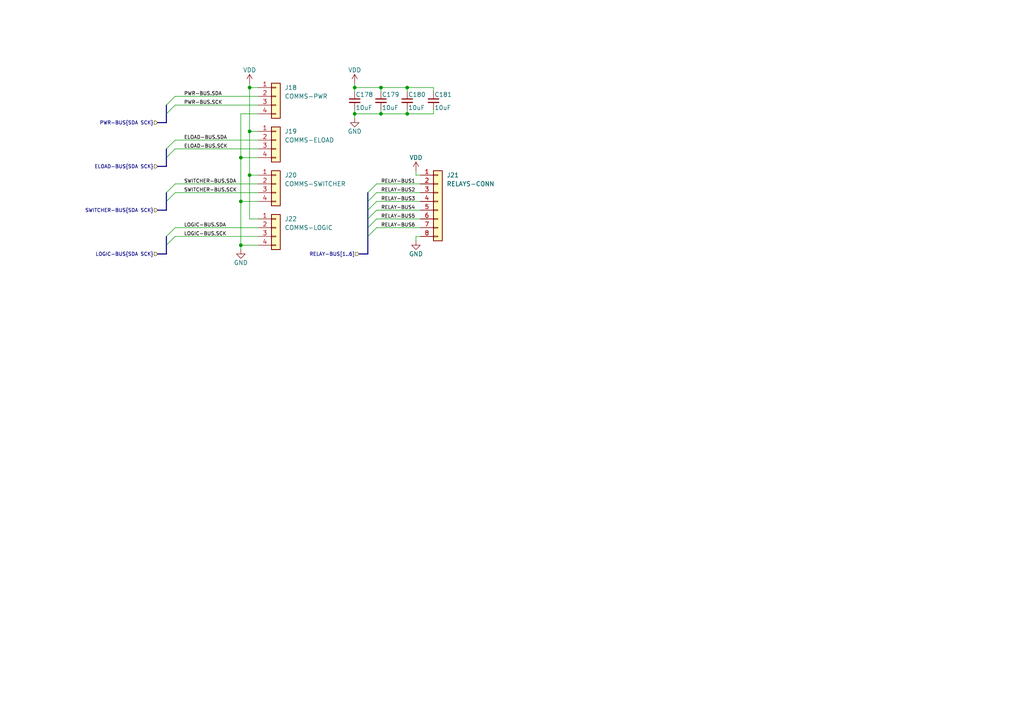
<source format=kicad_sch>
(kicad_sch (version 20230121) (generator eeschema)

  (uuid 65b3fcc2-d1f1-475e-b336-380f5d1206ca)

  (paper "A4")

  (title_block
    (title "Benchy Reloaded")
    (rev "REV1")
    (company "Daxxn Industries")
  )

  (lib_symbols
    (symbol "Connector_Generic:Conn_01x04" (pin_names (offset 1.016) hide) (in_bom yes) (on_board yes)
      (property "Reference" "J" (at 0 5.08 0)
        (effects (font (size 1.27 1.27)))
      )
      (property "Value" "Conn_01x04" (at 0 -7.62 0)
        (effects (font (size 1.27 1.27)))
      )
      (property "Footprint" "" (at 0 0 0)
        (effects (font (size 1.27 1.27)) hide)
      )
      (property "Datasheet" "~" (at 0 0 0)
        (effects (font (size 1.27 1.27)) hide)
      )
      (property "ki_keywords" "connector" (at 0 0 0)
        (effects (font (size 1.27 1.27)) hide)
      )
      (property "ki_description" "Generic connector, single row, 01x04, script generated (kicad-library-utils/schlib/autogen/connector/)" (at 0 0 0)
        (effects (font (size 1.27 1.27)) hide)
      )
      (property "ki_fp_filters" "Connector*:*_1x??_*" (at 0 0 0)
        (effects (font (size 1.27 1.27)) hide)
      )
      (symbol "Conn_01x04_1_1"
        (rectangle (start -1.27 -4.953) (end 0 -5.207)
          (stroke (width 0.1524) (type default))
          (fill (type none))
        )
        (rectangle (start -1.27 -2.413) (end 0 -2.667)
          (stroke (width 0.1524) (type default))
          (fill (type none))
        )
        (rectangle (start -1.27 0.127) (end 0 -0.127)
          (stroke (width 0.1524) (type default))
          (fill (type none))
        )
        (rectangle (start -1.27 2.667) (end 0 2.413)
          (stroke (width 0.1524) (type default))
          (fill (type none))
        )
        (rectangle (start -1.27 3.81) (end 1.27 -6.35)
          (stroke (width 0.254) (type default))
          (fill (type background))
        )
        (pin passive line (at -5.08 2.54 0) (length 3.81)
          (name "Pin_1" (effects (font (size 1.27 1.27))))
          (number "1" (effects (font (size 1.27 1.27))))
        )
        (pin passive line (at -5.08 0 0) (length 3.81)
          (name "Pin_2" (effects (font (size 1.27 1.27))))
          (number "2" (effects (font (size 1.27 1.27))))
        )
        (pin passive line (at -5.08 -2.54 0) (length 3.81)
          (name "Pin_3" (effects (font (size 1.27 1.27))))
          (number "3" (effects (font (size 1.27 1.27))))
        )
        (pin passive line (at -5.08 -5.08 0) (length 3.81)
          (name "Pin_4" (effects (font (size 1.27 1.27))))
          (number "4" (effects (font (size 1.27 1.27))))
        )
      )
    )
    (symbol "Connector_Generic:Conn_01x08" (pin_names (offset 1.016) hide) (in_bom yes) (on_board yes)
      (property "Reference" "J" (at 0 10.16 0)
        (effects (font (size 1.27 1.27)))
      )
      (property "Value" "Conn_01x08" (at 0 -12.7 0)
        (effects (font (size 1.27 1.27)))
      )
      (property "Footprint" "" (at 0 0 0)
        (effects (font (size 1.27 1.27)) hide)
      )
      (property "Datasheet" "~" (at 0 0 0)
        (effects (font (size 1.27 1.27)) hide)
      )
      (property "ki_keywords" "connector" (at 0 0 0)
        (effects (font (size 1.27 1.27)) hide)
      )
      (property "ki_description" "Generic connector, single row, 01x08, script generated (kicad-library-utils/schlib/autogen/connector/)" (at 0 0 0)
        (effects (font (size 1.27 1.27)) hide)
      )
      (property "ki_fp_filters" "Connector*:*_1x??_*" (at 0 0 0)
        (effects (font (size 1.27 1.27)) hide)
      )
      (symbol "Conn_01x08_1_1"
        (rectangle (start -1.27 -10.033) (end 0 -10.287)
          (stroke (width 0.1524) (type default))
          (fill (type none))
        )
        (rectangle (start -1.27 -7.493) (end 0 -7.747)
          (stroke (width 0.1524) (type default))
          (fill (type none))
        )
        (rectangle (start -1.27 -4.953) (end 0 -5.207)
          (stroke (width 0.1524) (type default))
          (fill (type none))
        )
        (rectangle (start -1.27 -2.413) (end 0 -2.667)
          (stroke (width 0.1524) (type default))
          (fill (type none))
        )
        (rectangle (start -1.27 0.127) (end 0 -0.127)
          (stroke (width 0.1524) (type default))
          (fill (type none))
        )
        (rectangle (start -1.27 2.667) (end 0 2.413)
          (stroke (width 0.1524) (type default))
          (fill (type none))
        )
        (rectangle (start -1.27 5.207) (end 0 4.953)
          (stroke (width 0.1524) (type default))
          (fill (type none))
        )
        (rectangle (start -1.27 7.747) (end 0 7.493)
          (stroke (width 0.1524) (type default))
          (fill (type none))
        )
        (rectangle (start -1.27 8.89) (end 1.27 -11.43)
          (stroke (width 0.254) (type default))
          (fill (type background))
        )
        (pin passive line (at -5.08 7.62 0) (length 3.81)
          (name "Pin_1" (effects (font (size 1.27 1.27))))
          (number "1" (effects (font (size 1.27 1.27))))
        )
        (pin passive line (at -5.08 5.08 0) (length 3.81)
          (name "Pin_2" (effects (font (size 1.27 1.27))))
          (number "2" (effects (font (size 1.27 1.27))))
        )
        (pin passive line (at -5.08 2.54 0) (length 3.81)
          (name "Pin_3" (effects (font (size 1.27 1.27))))
          (number "3" (effects (font (size 1.27 1.27))))
        )
        (pin passive line (at -5.08 0 0) (length 3.81)
          (name "Pin_4" (effects (font (size 1.27 1.27))))
          (number "4" (effects (font (size 1.27 1.27))))
        )
        (pin passive line (at -5.08 -2.54 0) (length 3.81)
          (name "Pin_5" (effects (font (size 1.27 1.27))))
          (number "5" (effects (font (size 1.27 1.27))))
        )
        (pin passive line (at -5.08 -5.08 0) (length 3.81)
          (name "Pin_6" (effects (font (size 1.27 1.27))))
          (number "6" (effects (font (size 1.27 1.27))))
        )
        (pin passive line (at -5.08 -7.62 0) (length 3.81)
          (name "Pin_7" (effects (font (size 1.27 1.27))))
          (number "7" (effects (font (size 1.27 1.27))))
        )
        (pin passive line (at -5.08 -10.16 0) (length 3.81)
          (name "Pin_8" (effects (font (size 1.27 1.27))))
          (number "8" (effects (font (size 1.27 1.27))))
        )
      )
    )
    (symbol "Device:C_Small" (pin_numbers hide) (pin_names (offset 0.254) hide) (in_bom yes) (on_board yes)
      (property "Reference" "C" (at 0.254 1.778 0)
        (effects (font (size 1.27 1.27)) (justify left))
      )
      (property "Value" "C_Small" (at 0.254 -2.032 0)
        (effects (font (size 1.27 1.27)) (justify left))
      )
      (property "Footprint" "" (at 0 0 0)
        (effects (font (size 1.27 1.27)) hide)
      )
      (property "Datasheet" "~" (at 0 0 0)
        (effects (font (size 1.27 1.27)) hide)
      )
      (property "ki_keywords" "capacitor cap" (at 0 0 0)
        (effects (font (size 1.27 1.27)) hide)
      )
      (property "ki_description" "Unpolarized capacitor, small symbol" (at 0 0 0)
        (effects (font (size 1.27 1.27)) hide)
      )
      (property "ki_fp_filters" "C_*" (at 0 0 0)
        (effects (font (size 1.27 1.27)) hide)
      )
      (symbol "C_Small_0_1"
        (polyline
          (pts
            (xy -1.524 -0.508)
            (xy 1.524 -0.508)
          )
          (stroke (width 0.3302) (type default))
          (fill (type none))
        )
        (polyline
          (pts
            (xy -1.524 0.508)
            (xy 1.524 0.508)
          )
          (stroke (width 0.3048) (type default))
          (fill (type none))
        )
      )
      (symbol "C_Small_1_1"
        (pin passive line (at 0 2.54 270) (length 2.032)
          (name "~" (effects (font (size 1.27 1.27))))
          (number "1" (effects (font (size 1.27 1.27))))
        )
        (pin passive line (at 0 -2.54 90) (length 2.032)
          (name "~" (effects (font (size 1.27 1.27))))
          (number "2" (effects (font (size 1.27 1.27))))
        )
      )
    )
    (symbol "power:GND" (power) (pin_names (offset 0)) (in_bom yes) (on_board yes)
      (property "Reference" "#PWR" (at 0 -6.35 0)
        (effects (font (size 1.27 1.27)) hide)
      )
      (property "Value" "GND" (at 0 -3.81 0)
        (effects (font (size 1.27 1.27)))
      )
      (property "Footprint" "" (at 0 0 0)
        (effects (font (size 1.27 1.27)) hide)
      )
      (property "Datasheet" "" (at 0 0 0)
        (effects (font (size 1.27 1.27)) hide)
      )
      (property "ki_keywords" "global power" (at 0 0 0)
        (effects (font (size 1.27 1.27)) hide)
      )
      (property "ki_description" "Power symbol creates a global label with name \"GND\" , ground" (at 0 0 0)
        (effects (font (size 1.27 1.27)) hide)
      )
      (symbol "GND_0_1"
        (polyline
          (pts
            (xy 0 0)
            (xy 0 -1.27)
            (xy 1.27 -1.27)
            (xy 0 -2.54)
            (xy -1.27 -1.27)
            (xy 0 -1.27)
          )
          (stroke (width 0) (type default))
          (fill (type none))
        )
      )
      (symbol "GND_1_1"
        (pin power_in line (at 0 0 270) (length 0) hide
          (name "GND" (effects (font (size 1.27 1.27))))
          (number "1" (effects (font (size 1.27 1.27))))
        )
      )
    )
    (symbol "power:VDD" (power) (pin_names (offset 0)) (in_bom yes) (on_board yes)
      (property "Reference" "#PWR" (at 0 -3.81 0)
        (effects (font (size 1.27 1.27)) hide)
      )
      (property "Value" "VDD" (at 0 3.81 0)
        (effects (font (size 1.27 1.27)))
      )
      (property "Footprint" "" (at 0 0 0)
        (effects (font (size 1.27 1.27)) hide)
      )
      (property "Datasheet" "" (at 0 0 0)
        (effects (font (size 1.27 1.27)) hide)
      )
      (property "ki_keywords" "global power" (at 0 0 0)
        (effects (font (size 1.27 1.27)) hide)
      )
      (property "ki_description" "Power symbol creates a global label with name \"VDD\"" (at 0 0 0)
        (effects (font (size 1.27 1.27)) hide)
      )
      (symbol "VDD_0_1"
        (polyline
          (pts
            (xy -0.762 1.27)
            (xy 0 2.54)
          )
          (stroke (width 0) (type default))
          (fill (type none))
        )
        (polyline
          (pts
            (xy 0 0)
            (xy 0 2.54)
          )
          (stroke (width 0) (type default))
          (fill (type none))
        )
        (polyline
          (pts
            (xy 0 2.54)
            (xy 0.762 1.27)
          )
          (stroke (width 0) (type default))
          (fill (type none))
        )
      )
      (symbol "VDD_1_1"
        (pin power_in line (at 0 0 90) (length 0) hide
          (name "VDD" (effects (font (size 1.27 1.27))))
          (number "1" (effects (font (size 1.27 1.27))))
        )
      )
    )
  )

  (junction (at 102.87 33.02) (diameter 0) (color 0 0 0 0)
    (uuid 0112bf11-cb24-49e4-9479-2ac1623dfaec)
  )
  (junction (at 69.85 71.12) (diameter 0) (color 0 0 0 0)
    (uuid 1372fae3-de1d-493d-a8e5-6da3e2aed863)
  )
  (junction (at 118.11 33.02) (diameter 0) (color 0 0 0 0)
    (uuid 1a44bfd3-e807-45b9-b960-e76bfda1bdc2)
  )
  (junction (at 72.39 38.1) (diameter 0) (color 0 0 0 0)
    (uuid 310845a2-fc28-4392-bc1e-06c03435b4c4)
  )
  (junction (at 110.49 33.02) (diameter 0) (color 0 0 0 0)
    (uuid 46e9e999-0f66-49f1-a25e-5f49b324c99c)
  )
  (junction (at 72.39 25.4) (diameter 0) (color 0 0 0 0)
    (uuid 5e314895-fdaa-4e68-b638-baecef14d63c)
  )
  (junction (at 110.49 25.4) (diameter 0) (color 0 0 0 0)
    (uuid 95ebf02f-1dd8-4f63-bdd4-03c6f40fa98b)
  )
  (junction (at 72.39 50.8) (diameter 0) (color 0 0 0 0)
    (uuid a9f6dcf6-d567-45e4-8e44-bf2e367d2290)
  )
  (junction (at 118.11 25.4) (diameter 0) (color 0 0 0 0)
    (uuid b656cb2b-a6e6-4a2d-8a79-e89a4f674b65)
  )
  (junction (at 102.87 25.4) (diameter 0) (color 0 0 0 0)
    (uuid b8eed718-3208-44ee-8bd4-e03b96e97275)
  )
  (junction (at 69.85 58.42) (diameter 0) (color 0 0 0 0)
    (uuid c71f117c-c11a-4960-84fa-32cade75bcd7)
  )
  (junction (at 69.85 45.72) (diameter 0) (color 0 0 0 0)
    (uuid edc5169a-f4fb-4939-b95c-171160c3ac13)
  )

  (bus_entry (at 106.68 66.04) (size 2.54 -2.54)
    (stroke (width 0) (type default))
    (uuid 017e1490-7b48-4b95-b656-f2f9864a265c)
  )
  (bus_entry (at 106.68 58.42) (size 2.54 -2.54)
    (stroke (width 0) (type default))
    (uuid 07fe38ec-46b5-4789-9972-d23024443a67)
  )
  (bus_entry (at 48.26 55.88) (size 2.54 -2.54)
    (stroke (width 0) (type default))
    (uuid 1f64b116-0e0a-4277-bf49-6b3db3018fc6)
  )
  (bus_entry (at 106.68 63.5) (size 2.54 -2.54)
    (stroke (width 0) (type default))
    (uuid 2a895b8d-7c18-4ebd-a114-03295b8c88d4)
  )
  (bus_entry (at 48.26 33.02) (size 2.54 -2.54)
    (stroke (width 0) (type default))
    (uuid 2eca6760-ca6c-4aed-87c0-3f6738876ae3)
  )
  (bus_entry (at 106.68 68.58) (size 2.54 -2.54)
    (stroke (width 0) (type default))
    (uuid 634f8620-5163-4a18-9d15-e4396385fa2b)
  )
  (bus_entry (at 48.26 43.18) (size 2.54 -2.54)
    (stroke (width 0) (type default))
    (uuid 6bd84188-2cd0-4407-bbb0-2fcdb6632040)
  )
  (bus_entry (at 48.26 45.72) (size 2.54 -2.54)
    (stroke (width 0) (type default))
    (uuid 6c1f13dc-474d-4f34-bb60-203fc7cdfdd4)
  )
  (bus_entry (at 48.26 58.42) (size 2.54 -2.54)
    (stroke (width 0) (type default))
    (uuid 6cb054a0-0a63-4a42-ad54-d5a20283c994)
  )
  (bus_entry (at 48.26 71.12) (size 2.54 -2.54)
    (stroke (width 0) (type default))
    (uuid 79223c37-e191-4b7d-abbf-b6931e264aec)
  )
  (bus_entry (at 106.68 60.96) (size 2.54 -2.54)
    (stroke (width 0) (type default))
    (uuid 9fb43cc5-96d1-47af-9453-6b20a42a1d18)
  )
  (bus_entry (at 106.68 55.88) (size 2.54 -2.54)
    (stroke (width 0) (type default))
    (uuid b4b6aee5-1798-4175-a504-bf35293da008)
  )
  (bus_entry (at 48.26 30.48) (size 2.54 -2.54)
    (stroke (width 0) (type default))
    (uuid c0be3297-5c55-434a-a94a-fe145576be5e)
  )
  (bus_entry (at 48.26 68.58) (size 2.54 -2.54)
    (stroke (width 0) (type default))
    (uuid c27c1b5b-07e7-41a6-9744-67be49a549a9)
  )

  (wire (pts (xy 125.73 25.4) (xy 118.11 25.4))
    (stroke (width 0) (type default))
    (uuid 029d2da9-d831-4545-94da-ce2e26b10c90)
  )
  (wire (pts (xy 69.85 33.02) (xy 69.85 45.72))
    (stroke (width 0) (type default))
    (uuid 09fa93d7-660a-4c42-8230-4f59de1f87e4)
  )
  (wire (pts (xy 110.49 25.4) (xy 110.49 26.67))
    (stroke (width 0) (type default))
    (uuid 0b064904-e818-434b-9b9f-f9aede423a06)
  )
  (wire (pts (xy 109.22 58.42) (xy 121.92 58.42))
    (stroke (width 0) (type default))
    (uuid 1c8fb65c-372d-4e52-8669-12bb4e51372e)
  )
  (bus (pts (xy 48.26 48.26) (xy 45.72 48.26))
    (stroke (width 0) (type default))
    (uuid 1d215efa-5ef9-4da4-ab13-d2312c1acee5)
  )

  (wire (pts (xy 74.93 58.42) (xy 69.85 58.42))
    (stroke (width 0) (type default))
    (uuid 1ef68150-563b-4a2c-be0d-72397c9123e6)
  )
  (wire (pts (xy 102.87 25.4) (xy 102.87 26.67))
    (stroke (width 0) (type default))
    (uuid 21de169f-12d5-4b48-9c1a-c15827edfa1d)
  )
  (wire (pts (xy 109.22 60.96) (xy 121.92 60.96))
    (stroke (width 0) (type default))
    (uuid 22961f42-8955-4334-8008-2d64128f1a6b)
  )
  (wire (pts (xy 110.49 25.4) (xy 102.87 25.4))
    (stroke (width 0) (type default))
    (uuid 24f1e07a-caeb-424c-a382-7c14db146fea)
  )
  (wire (pts (xy 50.8 66.04) (xy 74.93 66.04))
    (stroke (width 0) (type default))
    (uuid 2e9d6602-d075-413b-8eca-c9e157a48163)
  )
  (wire (pts (xy 72.39 38.1) (xy 72.39 25.4))
    (stroke (width 0) (type default))
    (uuid 30e74178-bd2c-4581-a4fb-e4ff57ec50ae)
  )
  (wire (pts (xy 118.11 31.75) (xy 118.11 33.02))
    (stroke (width 0) (type default))
    (uuid 3515a254-8d24-4d5c-bf29-ef98a817caec)
  )
  (bus (pts (xy 48.26 35.56) (xy 45.72 35.56))
    (stroke (width 0) (type default))
    (uuid 353f8431-82fd-4fed-99a8-f9021967b108)
  )
  (bus (pts (xy 48.26 30.48) (xy 48.26 33.02))
    (stroke (width 0) (type default))
    (uuid 3622a868-bd8a-45d3-9436-53025d9de269)
  )

  (wire (pts (xy 102.87 33.02) (xy 102.87 34.29))
    (stroke (width 0) (type default))
    (uuid 39e71d9d-4541-4118-ba6b-a503154c9865)
  )
  (wire (pts (xy 72.39 38.1) (xy 74.93 38.1))
    (stroke (width 0) (type default))
    (uuid 3bc5d4ea-4fb3-49cf-8daf-11a4d79e8d3d)
  )
  (wire (pts (xy 74.93 33.02) (xy 69.85 33.02))
    (stroke (width 0) (type default))
    (uuid 4075ae0b-728a-40e5-b45b-59b4426ea7ee)
  )
  (bus (pts (xy 48.26 68.58) (xy 48.26 71.12))
    (stroke (width 0) (type default))
    (uuid 464585eb-6179-49a4-8586-7e3aa4913cea)
  )

  (wire (pts (xy 50.8 27.94) (xy 74.93 27.94))
    (stroke (width 0) (type default))
    (uuid 499a5eaa-b4ce-40bb-b09c-a891597ecc2d)
  )
  (wire (pts (xy 72.39 50.8) (xy 72.39 38.1))
    (stroke (width 0) (type default))
    (uuid 4f78661a-9155-4248-a1f7-7c845b1d12ad)
  )
  (wire (pts (xy 118.11 33.02) (xy 110.49 33.02))
    (stroke (width 0) (type default))
    (uuid 50737ecc-d82f-4c34-9d54-099fccbfc10f)
  )
  (wire (pts (xy 109.22 63.5) (xy 121.92 63.5))
    (stroke (width 0) (type default))
    (uuid 5394e4a0-ddf7-4f0a-a3d5-c765b7d7b378)
  )
  (wire (pts (xy 69.85 71.12) (xy 69.85 72.39))
    (stroke (width 0) (type default))
    (uuid 54bdb3f9-cb24-4276-a3d0-4f6a48d405a0)
  )
  (bus (pts (xy 106.68 63.5) (xy 106.68 66.04))
    (stroke (width 0) (type default))
    (uuid 5d672c5f-30ae-4764-8f68-d952280ec934)
  )
  (bus (pts (xy 106.68 66.04) (xy 106.68 68.58))
    (stroke (width 0) (type default))
    (uuid 6745916f-4791-4b25-a3b2-cb148f0dc509)
  )

  (wire (pts (xy 50.8 40.64) (xy 74.93 40.64))
    (stroke (width 0) (type default))
    (uuid 69ed82bc-6d15-4d45-8097-998a86a7f65b)
  )
  (bus (pts (xy 48.26 33.02) (xy 48.26 35.56))
    (stroke (width 0) (type default))
    (uuid 6c15aa47-d1d5-446f-a6ce-386b7c9dfbc0)
  )
  (bus (pts (xy 48.26 58.42) (xy 48.26 60.96))
    (stroke (width 0) (type default))
    (uuid 6ce1cc38-2c5f-4fd9-87f5-39b15a441c9a)
  )
  (bus (pts (xy 48.26 55.88) (xy 48.26 58.42))
    (stroke (width 0) (type default))
    (uuid 770a8605-9df4-44a7-b272-f99edfcb920f)
  )

  (wire (pts (xy 69.85 58.42) (xy 69.85 71.12))
    (stroke (width 0) (type default))
    (uuid 7e1c8224-2963-4431-8bbd-3099723c7b42)
  )
  (bus (pts (xy 48.26 71.12) (xy 48.26 73.66))
    (stroke (width 0) (type default))
    (uuid 83a6245c-2a0f-4c3a-85f7-10c88321d073)
  )
  (bus (pts (xy 106.68 58.42) (xy 106.68 60.96))
    (stroke (width 0) (type default))
    (uuid 883b5300-6f45-4bb6-be35-10a5f234ab32)
  )

  (wire (pts (xy 72.39 63.5) (xy 72.39 50.8))
    (stroke (width 0) (type default))
    (uuid 8dd25e6b-5bef-4959-8ce1-5ad714068321)
  )
  (bus (pts (xy 48.26 73.66) (xy 45.72 73.66))
    (stroke (width 0) (type default))
    (uuid 8fa52c2e-1701-4783-a770-179ce61a2feb)
  )

  (wire (pts (xy 74.93 45.72) (xy 69.85 45.72))
    (stroke (width 0) (type default))
    (uuid 939f5a33-130c-4951-b757-801c959ee74a)
  )
  (wire (pts (xy 50.8 30.48) (xy 74.93 30.48))
    (stroke (width 0) (type default))
    (uuid 946b3858-ae6f-44f4-8c18-f781897c95a0)
  )
  (wire (pts (xy 118.11 25.4) (xy 110.49 25.4))
    (stroke (width 0) (type default))
    (uuid 96a2be20-0974-40c1-9a47-2d339ac4be4f)
  )
  (bus (pts (xy 48.26 43.18) (xy 48.26 45.72))
    (stroke (width 0) (type default))
    (uuid 96e20ada-f4e3-49b2-b1be-f99f9ee1931f)
  )

  (wire (pts (xy 72.39 24.13) (xy 72.39 25.4))
    (stroke (width 0) (type default))
    (uuid 9ab9e97d-058d-4346-96b3-20366fbc0d06)
  )
  (bus (pts (xy 48.26 60.96) (xy 45.72 60.96))
    (stroke (width 0) (type default))
    (uuid a03240f5-8540-4ecf-8cc5-2f746b743f73)
  )

  (wire (pts (xy 125.73 31.75) (xy 125.73 33.02))
    (stroke (width 0) (type default))
    (uuid a2277eea-4489-4dc5-86e3-d0124e96c430)
  )
  (wire (pts (xy 120.65 68.58) (xy 120.65 69.85))
    (stroke (width 0) (type default))
    (uuid a2318709-5fb2-47d2-92c3-fa31ec2beed3)
  )
  (wire (pts (xy 72.39 25.4) (xy 74.93 25.4))
    (stroke (width 0) (type default))
    (uuid a971d24d-9807-4e3e-9fc1-4bdba4ef367f)
  )
  (wire (pts (xy 102.87 24.13) (xy 102.87 25.4))
    (stroke (width 0) (type default))
    (uuid ad378d32-e3ed-437b-b4e8-0d8e2929621d)
  )
  (wire (pts (xy 50.8 55.88) (xy 74.93 55.88))
    (stroke (width 0) (type default))
    (uuid b1815b37-fb11-4bf5-9d4d-45f4d9f3b45a)
  )
  (wire (pts (xy 50.8 43.18) (xy 74.93 43.18))
    (stroke (width 0) (type default))
    (uuid b5012cdc-66bf-40e9-842c-1df32ad37b48)
  )
  (wire (pts (xy 120.65 49.53) (xy 120.65 50.8))
    (stroke (width 0) (type default))
    (uuid b91e09b7-cba6-4e72-be5e-71d14d0aa49b)
  )
  (wire (pts (xy 110.49 31.75) (xy 110.49 33.02))
    (stroke (width 0) (type default))
    (uuid bdf33030-96d0-4cfb-9122-4dda201a8c78)
  )
  (wire (pts (xy 125.73 26.67) (xy 125.73 25.4))
    (stroke (width 0) (type default))
    (uuid c2d26eec-127b-4116-b18c-32b8d448294a)
  )
  (wire (pts (xy 125.73 33.02) (xy 118.11 33.02))
    (stroke (width 0) (type default))
    (uuid c499c33c-a4c1-4e7f-a197-972790426ed5)
  )
  (wire (pts (xy 69.85 45.72) (xy 69.85 58.42))
    (stroke (width 0) (type default))
    (uuid c518f8cb-6fc9-4ed0-a2b3-36fbc149abf2)
  )
  (wire (pts (xy 72.39 50.8) (xy 74.93 50.8))
    (stroke (width 0) (type default))
    (uuid ccb067d5-36fb-4824-9a09-d7e7862fcf45)
  )
  (bus (pts (xy 106.68 60.96) (xy 106.68 63.5))
    (stroke (width 0) (type default))
    (uuid d0e516a6-c180-4f22-856b-debb84ab3187)
  )

  (wire (pts (xy 50.8 68.58) (xy 74.93 68.58))
    (stroke (width 0) (type default))
    (uuid d313ceab-ef7a-4e8b-a6d2-432efa338c23)
  )
  (wire (pts (xy 50.8 53.34) (xy 74.93 53.34))
    (stroke (width 0) (type default))
    (uuid d8276698-4d62-4726-bd83-08734fb088b5)
  )
  (bus (pts (xy 106.68 73.66) (xy 106.68 68.58))
    (stroke (width 0) (type default))
    (uuid db3047ef-a585-4e37-9795-a240b119ae89)
  )

  (wire (pts (xy 121.92 68.58) (xy 120.65 68.58))
    (stroke (width 0) (type default))
    (uuid dd616535-9da3-499e-a409-98f0fb2a1efe)
  )
  (wire (pts (xy 109.22 53.34) (xy 121.92 53.34))
    (stroke (width 0) (type default))
    (uuid dddd5cd6-8acd-44b8-8409-abd73a663eda)
  )
  (wire (pts (xy 69.85 71.12) (xy 74.93 71.12))
    (stroke (width 0) (type default))
    (uuid dfa09e9a-b701-473a-a838-56787f0de63b)
  )
  (bus (pts (xy 104.14 73.66) (xy 106.68 73.66))
    (stroke (width 0) (type default))
    (uuid e13fff74-9c9a-4658-8e7a-da34794ce2ff)
  )
  (bus (pts (xy 48.26 45.72) (xy 48.26 48.26))
    (stroke (width 0) (type default))
    (uuid e6ec6c8b-3920-4dca-8da8-6aa3f6a0ddb8)
  )
  (bus (pts (xy 106.68 55.88) (xy 106.68 58.42))
    (stroke (width 0) (type default))
    (uuid e6f70430-0c7b-4a73-8e43-ca8d0652f3a5)
  )

  (wire (pts (xy 109.22 66.04) (xy 121.92 66.04))
    (stroke (width 0) (type default))
    (uuid e77f14d5-f011-4431-9f9a-bee92de21bb1)
  )
  (wire (pts (xy 109.22 55.88) (xy 121.92 55.88))
    (stroke (width 0) (type default))
    (uuid ec58d058-84ac-4a1a-b5c6-a7883cd4f8e1)
  )
  (wire (pts (xy 74.93 63.5) (xy 72.39 63.5))
    (stroke (width 0) (type default))
    (uuid ed88e024-24c3-4b4d-960b-dcd3cbd0b1e1)
  )
  (wire (pts (xy 110.49 33.02) (xy 102.87 33.02))
    (stroke (width 0) (type default))
    (uuid edc30950-7f7e-4b04-ba40-3f59de57de62)
  )
  (wire (pts (xy 121.92 50.8) (xy 120.65 50.8))
    (stroke (width 0) (type default))
    (uuid f0028414-4989-4a26-9c67-ebdb726960e1)
  )
  (wire (pts (xy 118.11 25.4) (xy 118.11 26.67))
    (stroke (width 0) (type default))
    (uuid f510fc5c-63ef-499a-848c-2e63a0526f52)
  )
  (wire (pts (xy 102.87 33.02) (xy 102.87 31.75))
    (stroke (width 0) (type default))
    (uuid fd54245d-d027-4bbd-ba53-981c390813c8)
  )

  (label "LOGIC-BUS.SCK" (at 53.34 68.58 0) (fields_autoplaced)
    (effects (font (size 1.016 1.016)) (justify left bottom))
    (uuid 0470a1d5-7ac2-4aff-9866-1b3f4a53150b)
  )
  (label "SWITCHER-BUS.SDA" (at 53.34 53.34 0) (fields_autoplaced)
    (effects (font (size 1.016 1.016)) (justify left bottom))
    (uuid 1bc2f218-cc89-4dd4-aae4-5855a7aa4dc7)
  )
  (label "ELOAD-BUS.SCK" (at 53.34 43.18 0) (fields_autoplaced)
    (effects (font (size 1.016 1.016)) (justify left bottom))
    (uuid 1f2199b8-1f5f-45b5-9bae-82195175b162)
  )
  (label "PWR-BUS.SDA" (at 53.34 27.94 0) (fields_autoplaced)
    (effects (font (size 1.016 1.016)) (justify left bottom))
    (uuid 4b9039d9-0176-4f56-aa03-ff6664523d8a)
  )
  (label "ELOAD-BUS.SDA" (at 53.34 40.64 0) (fields_autoplaced)
    (effects (font (size 1.016 1.016)) (justify left bottom))
    (uuid 6fe9afbc-cdd4-4891-b558-cfcca4d407ce)
  )
  (label "RELAY-BUS1" (at 110.49 53.34 0) (fields_autoplaced)
    (effects (font (size 1.016 1.016)) (justify left bottom))
    (uuid a81874fb-ea4f-4930-849a-7efc8d841c5a)
  )
  (label "SWITCHER-BUS.SCK" (at 53.34 55.88 0) (fields_autoplaced)
    (effects (font (size 1.016 1.016)) (justify left bottom))
    (uuid aa48ffb8-932b-4427-9a5c-0a3218979a62)
  )
  (label "PWR-BUS.SCK" (at 53.34 30.48 0) (fields_autoplaced)
    (effects (font (size 1.016 1.016)) (justify left bottom))
    (uuid b3b22c07-3b1b-41d4-9230-1db34512bbbd)
  )
  (label "RELAY-BUS2" (at 110.49 55.88 0) (fields_autoplaced)
    (effects (font (size 1.016 1.016)) (justify left bottom))
    (uuid b8a2bed0-f46d-47eb-8b55-cecd9bbe6da0)
  )
  (label "LOGIC-BUS.SDA" (at 53.34 66.04 0) (fields_autoplaced)
    (effects (font (size 1.016 1.016)) (justify left bottom))
    (uuid be382bc0-ffdc-46e7-8c58-eeeafb53c218)
  )
  (label "RELAY-BUS5" (at 110.49 63.5 0) (fields_autoplaced)
    (effects (font (size 1.016 1.016)) (justify left bottom))
    (uuid ce56a2f6-7f0e-4d12-b067-97daff8d361c)
  )
  (label "RELAY-BUS4" (at 110.49 60.96 0) (fields_autoplaced)
    (effects (font (size 1.016 1.016)) (justify left bottom))
    (uuid d3068061-f21f-42c9-b76c-4b0544699cff)
  )
  (label "RELAY-BUS3" (at 110.49 58.42 0) (fields_autoplaced)
    (effects (font (size 1.016 1.016)) (justify left bottom))
    (uuid f45226a5-f33f-41db-bd3d-79b17218c2b3)
  )
  (label "RELAY-BUS6" (at 110.49 66.04 0) (fields_autoplaced)
    (effects (font (size 1.016 1.016)) (justify left bottom))
    (uuid f6ffcea8-76ad-40ee-8932-ac55c66362aa)
  )

  (hierarchical_label "LOGIC-BUS{SDA SCK}" (shape input) (at 45.72 73.66 180) (fields_autoplaced)
    (effects (font (size 1.016 1.016)) (justify right))
    (uuid 1ae1a7ec-c7ce-47b6-b33c-dd532dc94009)
  )
  (hierarchical_label "PWR-BUS{SDA SCK}" (shape input) (at 45.72 35.56 180) (fields_autoplaced)
    (effects (font (size 1.016 1.016)) (justify right))
    (uuid 4d5a44f1-8f07-4e3e-976d-f2c4e1b1c34b)
  )
  (hierarchical_label "SWITCHER-BUS{SDA SCK}" (shape input) (at 45.72 60.96 180) (fields_autoplaced)
    (effects (font (size 1.016 1.016)) (justify right))
    (uuid 8ef82cdb-8036-4446-aa19-f5d0b7791fbd)
  )
  (hierarchical_label "ELOAD-BUS{SDA SCK}" (shape input) (at 45.72 48.26 180) (fields_autoplaced)
    (effects (font (size 1.016 1.016)) (justify right))
    (uuid c697493a-22f7-4812-844a-62de53ae35f6)
  )
  (hierarchical_label "RELAY-BUS[1..6]" (shape input) (at 104.14 73.66 180) (fields_autoplaced)
    (effects (font (size 1.016 1.016)) (justify right))
    (uuid d948389e-dd99-48fc-a1a4-0cd307c74877)
  )

  (symbol (lib_id "power:GND") (at 120.65 69.85 0) (unit 1)
    (in_bom yes) (on_board yes) (dnp no)
    (uuid 0dbaf2a7-93b9-4089-a10e-dbaf227fb8f2)
    (property "Reference" "#PWR0199" (at 120.65 76.2 0)
      (effects (font (size 1.27 1.27)) hide)
    )
    (property "Value" "GND" (at 120.65 73.66 0)
      (effects (font (size 1.27 1.27)))
    )
    (property "Footprint" "" (at 120.65 69.85 0)
      (effects (font (size 1.27 1.27)) hide)
    )
    (property "Datasheet" "" (at 120.65 69.85 0)
      (effects (font (size 1.27 1.27)) hide)
    )
    (pin "1" (uuid 4ebec399-30fd-42a0-a95f-3a37e475dab0))
    (instances
      (project "BenchyMotherBoard-PCB"
        (path "/2ea077fe-b0e6-467f-a1c1-8336ebdb7a86/cde93c0a-b819-4fbe-8019-69f0c6c56432"
          (reference "#PWR0199") (unit 1)
        )
      )
    )
  )

  (symbol (lib_id "Device:C_Small") (at 110.49 29.21 0) (unit 1)
    (in_bom yes) (on_board yes) (dnp no)
    (uuid 197ac52f-5241-499f-8de5-2929c680f6cc)
    (property "Reference" "C179" (at 110.744 27.432 0)
      (effects (font (size 1.27 1.27)) (justify left))
    )
    (property "Value" "10uF" (at 110.744 31.242 0)
      (effects (font (size 1.27 1.27)) (justify left))
    )
    (property "Footprint" "Capacitor_SMD:C_1210_3225Metric" (at 110.49 29.21 0)
      (effects (font (size 1.27 1.27)) hide)
    )
    (property "Datasheet" "~" (at 110.49 29.21 0)
      (effects (font (size 1.27 1.27)) hide)
    )
    (pin "1" (uuid a4f0a314-f9c8-4888-8400-f9c6a141a230))
    (pin "2" (uuid 8225326e-d737-4f6c-89e0-3be317773bdc))
    (instances
      (project "BenchyMotherBoard-PCB"
        (path "/2ea077fe-b0e6-467f-a1c1-8336ebdb7a86/cde93c0a-b819-4fbe-8019-69f0c6c56432"
          (reference "C179") (unit 1)
        )
      )
    )
  )

  (symbol (lib_id "Device:C_Small") (at 118.11 29.21 0) (unit 1)
    (in_bom yes) (on_board yes) (dnp no)
    (uuid 40571539-8ade-48bd-89d1-48c54f6fdf54)
    (property "Reference" "C180" (at 118.364 27.432 0)
      (effects (font (size 1.27 1.27)) (justify left))
    )
    (property "Value" "10uF" (at 118.364 31.242 0)
      (effects (font (size 1.27 1.27)) (justify left))
    )
    (property "Footprint" "Capacitor_SMD:C_1210_3225Metric" (at 118.11 29.21 0)
      (effects (font (size 1.27 1.27)) hide)
    )
    (property "Datasheet" "~" (at 118.11 29.21 0)
      (effects (font (size 1.27 1.27)) hide)
    )
    (pin "1" (uuid f104cf57-a6bc-4c90-bef8-6fcd860a791d))
    (pin "2" (uuid cbb6bdd4-d340-4163-9af4-8e74b7f56bf0))
    (instances
      (project "BenchyMotherBoard-PCB"
        (path "/2ea077fe-b0e6-467f-a1c1-8336ebdb7a86/cde93c0a-b819-4fbe-8019-69f0c6c56432"
          (reference "C180") (unit 1)
        )
      )
    )
  )

  (symbol (lib_id "Device:C_Small") (at 102.87 29.21 0) (unit 1)
    (in_bom yes) (on_board yes) (dnp no)
    (uuid 459e8128-0cfa-4a7d-a18c-b883484f9b85)
    (property "Reference" "C178" (at 103.124 27.432 0)
      (effects (font (size 1.27 1.27)) (justify left))
    )
    (property "Value" "10uF" (at 103.124 31.242 0)
      (effects (font (size 1.27 1.27)) (justify left))
    )
    (property "Footprint" "Capacitor_SMD:C_1210_3225Metric" (at 102.87 29.21 0)
      (effects (font (size 1.27 1.27)) hide)
    )
    (property "Datasheet" "~" (at 102.87 29.21 0)
      (effects (font (size 1.27 1.27)) hide)
    )
    (pin "1" (uuid 0b846cd5-e30e-4e17-b6a5-3d2e4a5ec0c5))
    (pin "2" (uuid 5ec1f43f-d11c-4b65-a905-a7af81a90ae2))
    (instances
      (project "BenchyMotherBoard-PCB"
        (path "/2ea077fe-b0e6-467f-a1c1-8336ebdb7a86/cde93c0a-b819-4fbe-8019-69f0c6c56432"
          (reference "C178") (unit 1)
        )
      )
    )
  )

  (symbol (lib_id "power:GND") (at 102.87 34.29 0) (unit 1)
    (in_bom yes) (on_board yes) (dnp no)
    (uuid 77a3373b-e926-4d46-824e-a344926d852e)
    (property "Reference" "#PWR0197" (at 102.87 40.64 0)
      (effects (font (size 1.27 1.27)) hide)
    )
    (property "Value" "GND" (at 102.87 38.1 0)
      (effects (font (size 1.27 1.27)))
    )
    (property "Footprint" "" (at 102.87 34.29 0)
      (effects (font (size 1.27 1.27)) hide)
    )
    (property "Datasheet" "" (at 102.87 34.29 0)
      (effects (font (size 1.27 1.27)) hide)
    )
    (pin "1" (uuid 0a89894d-3b92-478f-8afb-7637ee721092))
    (instances
      (project "BenchyMotherBoard-PCB"
        (path "/2ea077fe-b0e6-467f-a1c1-8336ebdb7a86/cde93c0a-b819-4fbe-8019-69f0c6c56432"
          (reference "#PWR0197") (unit 1)
        )
      )
    )
  )

  (symbol (lib_id "power:VDD") (at 72.39 24.13 0) (unit 1)
    (in_bom yes) (on_board yes) (dnp no)
    (uuid 83f02e60-cacc-42b0-965d-fd4dbdd821c7)
    (property "Reference" "#PWR0195" (at 72.39 27.94 0)
      (effects (font (size 1.27 1.27)) hide)
    )
    (property "Value" "VDD" (at 72.39 20.32 0)
      (effects (font (size 1.27 1.27)))
    )
    (property "Footprint" "" (at 72.39 24.13 0)
      (effects (font (size 1.27 1.27)) hide)
    )
    (property "Datasheet" "" (at 72.39 24.13 0)
      (effects (font (size 1.27 1.27)) hide)
    )
    (pin "1" (uuid cae257e5-532c-427d-8e7a-07ce024cb28f))
    (instances
      (project "BenchyMotherBoard-PCB"
        (path "/2ea077fe-b0e6-467f-a1c1-8336ebdb7a86/cde93c0a-b819-4fbe-8019-69f0c6c56432"
          (reference "#PWR0195") (unit 1)
        )
      )
    )
  )

  (symbol (lib_id "power:VDD") (at 120.65 49.53 0) (unit 1)
    (in_bom yes) (on_board yes) (dnp no)
    (uuid 92d4dd79-d201-43d8-94ec-b2b524d347dc)
    (property "Reference" "#PWR0198" (at 120.65 53.34 0)
      (effects (font (size 1.27 1.27)) hide)
    )
    (property "Value" "VDD" (at 120.65 45.72 0)
      (effects (font (size 1.27 1.27)))
    )
    (property "Footprint" "" (at 120.65 49.53 0)
      (effects (font (size 1.27 1.27)) hide)
    )
    (property "Datasheet" "" (at 120.65 49.53 0)
      (effects (font (size 1.27 1.27)) hide)
    )
    (pin "1" (uuid 10293b9c-5942-49d2-9e3d-cb46c1e4097f))
    (instances
      (project "BenchyMotherBoard-PCB"
        (path "/2ea077fe-b0e6-467f-a1c1-8336ebdb7a86/cde93c0a-b819-4fbe-8019-69f0c6c56432"
          (reference "#PWR0198") (unit 1)
        )
      )
    )
  )

  (symbol (lib_id "Connector_Generic:Conn_01x04") (at 80.01 27.94 0) (unit 1)
    (in_bom yes) (on_board yes) (dnp no)
    (uuid 9ae46383-30e1-4e5f-866f-3bdd17827338)
    (property "Reference" "J18" (at 82.55 25.4 0)
      (effects (font (size 1.27 1.27)) (justify left))
    )
    (property "Value" "COMMS-PWR" (at 82.55 27.94 0)
      (effects (font (size 1.27 1.27)) (justify left))
    )
    (property "Footprint" "Daxxn_Connectors:JST_XH_B4B-XH-A_Vertical" (at 80.01 27.94 0)
      (effects (font (size 1.27 1.27)) hide)
    )
    (property "Datasheet" "~" (at 80.01 27.94 0)
      (effects (font (size 1.27 1.27)) hide)
    )
    (property "Schematic" "" (at 80.01 27.94 0)
      (effects (font (size 1.27 1.27)) hide)
    )
    (property "PartNumber" "" (at 80.01 27.94 0)
      (effects (font (size 1.27 1.27)))
    )
    (property "SupplierPN" "" (at 80.01 27.94 0)
      (effects (font (size 1.27 1.27)) hide)
    )
    (pin "1" (uuid b7d12193-f372-46d9-b574-2fef0fce7985))
    (pin "2" (uuid add55a8f-6c54-4883-b5f6-e20788137f37))
    (pin "3" (uuid 586eb9fb-3d91-4a40-91c9-f2513ad09adb))
    (pin "4" (uuid 76f443ea-5d45-488f-a793-d0dcaca5f27a))
    (instances
      (project "BenchyMotherBoard-PCB"
        (path "/2ea077fe-b0e6-467f-a1c1-8336ebdb7a86/cde93c0a-b819-4fbe-8019-69f0c6c56432"
          (reference "J18") (unit 1)
        )
      )
    )
  )

  (symbol (lib_id "Connector_Generic:Conn_01x04") (at 80.01 53.34 0) (unit 1)
    (in_bom yes) (on_board yes) (dnp no)
    (uuid a4869913-c746-4fea-a108-d476126d8479)
    (property "Reference" "J20" (at 82.55 50.8 0)
      (effects (font (size 1.27 1.27)) (justify left))
    )
    (property "Value" "COMMS-SWITCHER" (at 82.55 53.34 0)
      (effects (font (size 1.27 1.27)) (justify left))
    )
    (property "Footprint" "Daxxn_Connectors:JST_XH_B4B-XH-A_Vertical" (at 80.01 53.34 0)
      (effects (font (size 1.27 1.27)) hide)
    )
    (property "Datasheet" "~" (at 80.01 53.34 0)
      (effects (font (size 1.27 1.27)) hide)
    )
    (property "Schematic" "" (at 80.01 53.34 0)
      (effects (font (size 1.27 1.27)) hide)
    )
    (property "PartNumber" "" (at 80.01 53.34 0)
      (effects (font (size 1.27 1.27)))
    )
    (property "SupplierPN" "" (at 80.01 53.34 0)
      (effects (font (size 1.27 1.27)) hide)
    )
    (pin "1" (uuid 4e3711d6-4d30-496e-a087-fd2624522d83))
    (pin "2" (uuid 62477c2c-c80c-460a-a091-83889e942bae))
    (pin "3" (uuid b7441de1-ce19-4bb4-a446-389aef372e41))
    (pin "4" (uuid 0911a95f-c1d7-42b4-a3c2-25a193579123))
    (instances
      (project "BenchyMotherBoard-PCB"
        (path "/2ea077fe-b0e6-467f-a1c1-8336ebdb7a86/cde93c0a-b819-4fbe-8019-69f0c6c56432"
          (reference "J20") (unit 1)
        )
      )
    )
  )

  (symbol (lib_id "Connector_Generic:Conn_01x04") (at 80.01 40.64 0) (unit 1)
    (in_bom yes) (on_board yes) (dnp no)
    (uuid c260cfa5-d292-4f9c-977b-7d0074f6b196)
    (property "Reference" "J19" (at 82.55 38.1 0)
      (effects (font (size 1.27 1.27)) (justify left))
    )
    (property "Value" "COMMS-ELOAD" (at 82.55 40.64 0)
      (effects (font (size 1.27 1.27)) (justify left))
    )
    (property "Footprint" "Daxxn_Connectors:JST_XH_B4B-XH-A_Vertical" (at 80.01 40.64 0)
      (effects (font (size 1.27 1.27)) hide)
    )
    (property "Datasheet" "~" (at 80.01 40.64 0)
      (effects (font (size 1.27 1.27)) hide)
    )
    (property "Schematic" "" (at 80.01 40.64 0)
      (effects (font (size 1.27 1.27)) hide)
    )
    (property "PartNumber" "" (at 80.01 40.64 0)
      (effects (font (size 1.27 1.27)))
    )
    (property "SupplierPN" "" (at 80.01 40.64 0)
      (effects (font (size 1.27 1.27)) hide)
    )
    (pin "1" (uuid 757787c5-df75-4f9d-a865-ffd5cdccebf9))
    (pin "2" (uuid e4ec676b-8dbc-4391-9237-6e960d776b51))
    (pin "3" (uuid 60906245-f083-44d9-97f0-d66445e3d22c))
    (pin "4" (uuid 7a6a66ed-4727-4d86-97b8-112e09e8962b))
    (instances
      (project "BenchyMotherBoard-PCB"
        (path "/2ea077fe-b0e6-467f-a1c1-8336ebdb7a86/cde93c0a-b819-4fbe-8019-69f0c6c56432"
          (reference "J19") (unit 1)
        )
      )
    )
  )

  (symbol (lib_id "Device:C_Small") (at 125.73 29.21 0) (unit 1)
    (in_bom yes) (on_board yes) (dnp no)
    (uuid da567e09-950c-4a05-a18e-76f878bbd7cb)
    (property "Reference" "C181" (at 125.984 27.432 0)
      (effects (font (size 1.27 1.27)) (justify left))
    )
    (property "Value" "10uF" (at 125.984 31.242 0)
      (effects (font (size 1.27 1.27)) (justify left))
    )
    (property "Footprint" "Capacitor_SMD:C_1210_3225Metric" (at 125.73 29.21 0)
      (effects (font (size 1.27 1.27)) hide)
    )
    (property "Datasheet" "~" (at 125.73 29.21 0)
      (effects (font (size 1.27 1.27)) hide)
    )
    (pin "1" (uuid af172245-fd91-438b-aaf5-03055050c486))
    (pin "2" (uuid 594b2782-caca-4527-ae7a-5a172dad5e07))
    (instances
      (project "BenchyMotherBoard-PCB"
        (path "/2ea077fe-b0e6-467f-a1c1-8336ebdb7a86/cde93c0a-b819-4fbe-8019-69f0c6c56432"
          (reference "C181") (unit 1)
        )
      )
    )
  )

  (symbol (lib_id "power:VDD") (at 102.87 24.13 0) (unit 1)
    (in_bom yes) (on_board yes) (dnp no)
    (uuid e32fa18c-b76b-475d-8c53-bd40bc664e9c)
    (property "Reference" "#PWR0196" (at 102.87 27.94 0)
      (effects (font (size 1.27 1.27)) hide)
    )
    (property "Value" "VDD" (at 102.87 20.32 0)
      (effects (font (size 1.27 1.27)))
    )
    (property "Footprint" "" (at 102.87 24.13 0)
      (effects (font (size 1.27 1.27)) hide)
    )
    (property "Datasheet" "" (at 102.87 24.13 0)
      (effects (font (size 1.27 1.27)) hide)
    )
    (pin "1" (uuid 04256b7c-6ebd-4b52-9246-7a6f850f8658))
    (instances
      (project "BenchyMotherBoard-PCB"
        (path "/2ea077fe-b0e6-467f-a1c1-8336ebdb7a86/cde93c0a-b819-4fbe-8019-69f0c6c56432"
          (reference "#PWR0196") (unit 1)
        )
      )
    )
  )

  (symbol (lib_id "power:GND") (at 69.85 72.39 0) (unit 1)
    (in_bom yes) (on_board yes) (dnp no)
    (uuid e3ccff5e-f83b-4a09-ae4d-3156eebf5f31)
    (property "Reference" "#PWR0200" (at 69.85 78.74 0)
      (effects (font (size 1.27 1.27)) hide)
    )
    (property "Value" "GND" (at 69.85 76.2 0)
      (effects (font (size 1.27 1.27)))
    )
    (property "Footprint" "" (at 69.85 72.39 0)
      (effects (font (size 1.27 1.27)) hide)
    )
    (property "Datasheet" "" (at 69.85 72.39 0)
      (effects (font (size 1.27 1.27)) hide)
    )
    (pin "1" (uuid b34b629c-b253-4ca2-a60b-4c9d31fc817e))
    (instances
      (project "BenchyMotherBoard-PCB"
        (path "/2ea077fe-b0e6-467f-a1c1-8336ebdb7a86/cde93c0a-b819-4fbe-8019-69f0c6c56432"
          (reference "#PWR0200") (unit 1)
        )
      )
    )
  )

  (symbol (lib_id "Connector_Generic:Conn_01x04") (at 80.01 66.04 0) (unit 1)
    (in_bom yes) (on_board yes) (dnp no)
    (uuid e82d963d-9711-4d80-8e75-3943a0a338ab)
    (property "Reference" "J22" (at 82.55 63.5 0)
      (effects (font (size 1.27 1.27)) (justify left))
    )
    (property "Value" "COMMS-LOGIC" (at 82.55 66.04 0)
      (effects (font (size 1.27 1.27)) (justify left))
    )
    (property "Footprint" "Daxxn_Connectors:JST_XH_B4B-XH-A_Vertical" (at 80.01 66.04 0)
      (effects (font (size 1.27 1.27)) hide)
    )
    (property "Datasheet" "~" (at 80.01 66.04 0)
      (effects (font (size 1.27 1.27)) hide)
    )
    (property "Schematic" "" (at 80.01 66.04 0)
      (effects (font (size 1.27 1.27)) hide)
    )
    (property "PartNumber" "" (at 80.01 66.04 0)
      (effects (font (size 1.27 1.27)))
    )
    (property "SupplierPN" "" (at 80.01 66.04 0)
      (effects (font (size 1.27 1.27)) hide)
    )
    (pin "1" (uuid 332d0d7f-50bf-479b-993f-b11dd9422c4f))
    (pin "2" (uuid 9ba7411f-1803-4645-9650-87e673c1b97e))
    (pin "3" (uuid 7e7421de-468a-44ab-868a-bf0c427fe58f))
    (pin "4" (uuid b6060468-1d87-453d-8172-3f1845991161))
    (instances
      (project "BenchyMotherBoard-PCB"
        (path "/2ea077fe-b0e6-467f-a1c1-8336ebdb7a86/cde93c0a-b819-4fbe-8019-69f0c6c56432"
          (reference "J22") (unit 1)
        )
      )
    )
  )

  (symbol (lib_id "Connector_Generic:Conn_01x08") (at 127 58.42 0) (unit 1)
    (in_bom yes) (on_board yes) (dnp no)
    (uuid ee9c0dbf-0de4-4d68-9c9a-89be0450f4be)
    (property "Reference" "J21" (at 129.54 50.8 0)
      (effects (font (size 1.27 1.27)) (justify left))
    )
    (property "Value" "RELAYS-CONN" (at 129.54 53.34 0)
      (effects (font (size 1.27 1.27)) (justify left))
    )
    (property "Footprint" "Connector_JST:JST_XH_B8B-XH-A_1x08_P2.50mm_Vertical" (at 127 58.42 0)
      (effects (font (size 1.27 1.27)) hide)
    )
    (property "Datasheet" "~" (at 127 58.42 0)
      (effects (font (size 1.27 1.27)) hide)
    )
    (property "Schematic" "" (at 127 58.42 0)
      (effects (font (size 1.27 1.27)) hide)
    )
    (property "PartNumber" "" (at 127 58.42 0)
      (effects (font (size 1.27 1.27)))
    )
    (property "SupplierPN" "" (at 127 58.42 0)
      (effects (font (size 1.27 1.27)) hide)
    )
    (pin "1" (uuid 6a3af937-cdbb-4f07-bb66-675363b30069))
    (pin "2" (uuid 6ee50d74-fac4-4cac-993c-47c68f1b28bc))
    (pin "3" (uuid 479a324f-5de5-40af-a075-046a190632d2))
    (pin "4" (uuid d8581e9c-2b6c-4ed9-aa29-8a4dac431465))
    (pin "5" (uuid e67bb4e1-453a-4e7d-ab49-e12262d9e7d0))
    (pin "6" (uuid e21eb8bd-2ef6-4cb4-b240-5a7974ff5661))
    (pin "7" (uuid 48a992f4-4b0c-4ea0-934f-a486b5b69013))
    (pin "8" (uuid 9de75af7-bdd2-4898-8338-3a0343397614))
    (instances
      (project "BenchyMotherBoard-PCB"
        (path "/2ea077fe-b0e6-467f-a1c1-8336ebdb7a86/cde93c0a-b819-4fbe-8019-69f0c6c56432"
          (reference "J21") (unit 1)
        )
      )
    )
  )
)

</source>
